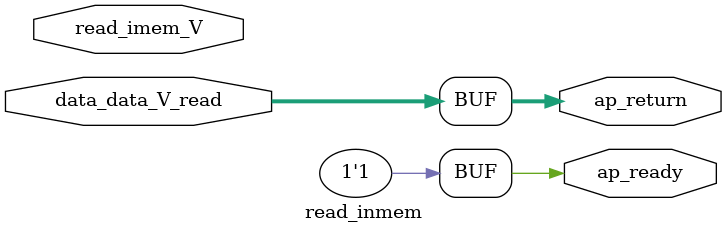
<source format=v>

`timescale 1 ns / 1 ps 

module read_inmem (
        ap_ready,
        data_data_V_read,
        read_imem_V,
        ap_return
);


output   ap_ready;
input  [59:0] data_data_V_read;
input  [4:0] read_imem_V;
output  [59:0] ap_return;

wire   [0:0] tmp_i_fu_40_p2;
wire   [0:0] tmp_i2_i1_fu_46_p2;
wire   [0:0] tmp_i2_i_i3_fu_52_p2;
wire   [0:0] tmp_i3_i_i_fu_58_p2;

assign ap_ready = 1'b1;

assign ap_return = data_data_V_read;

assign tmp_i2_i1_fu_46_p2 = ((read_imem_V == 5'd21) ? 1'b1 : 1'b0);

assign tmp_i2_i_i3_fu_52_p2 = ((read_imem_V == 5'd22) ? 1'b1 : 1'b0);

assign tmp_i3_i_i_fu_58_p2 = ((read_imem_V == 5'd23) ? 1'b1 : 1'b0);

assign tmp_i_fu_40_p2 = ((read_imem_V == 5'd20) ? 1'b1 : 1'b0);

endmodule //read_inmem

</source>
